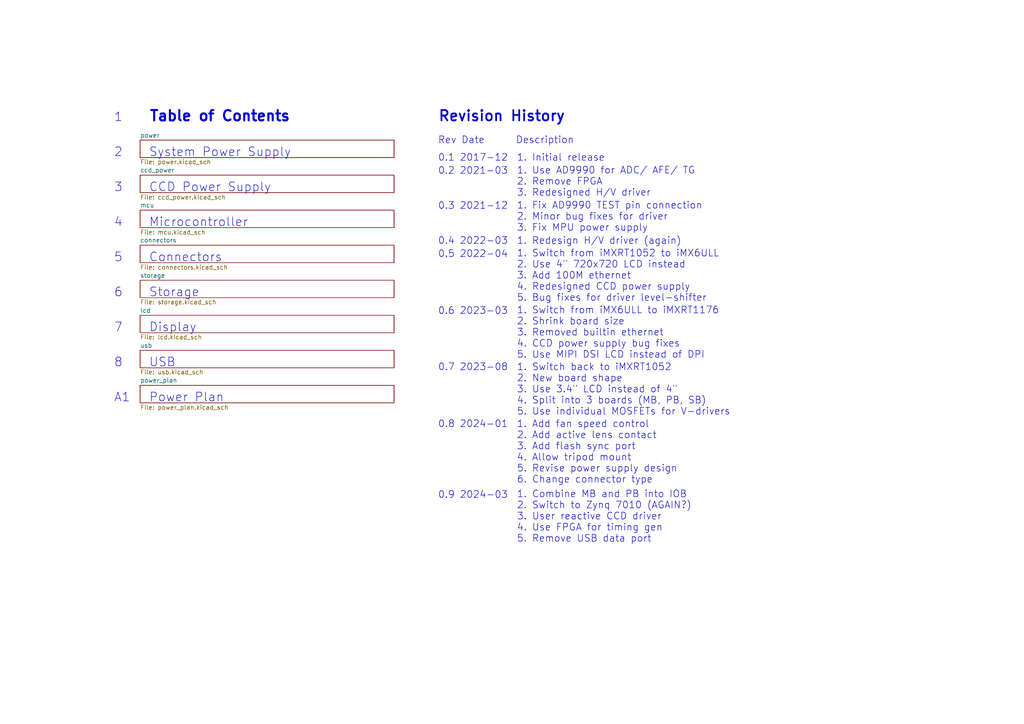
<source format=kicad_sch>
(kicad_sch
	(version 20231120)
	(generator "eeschema")
	(generator_version "8.0")
	(uuid "ba41827b-f176-424d-b6d5-0b0e1ddda097")
	(paper "A4")
	(title_block
		(title "Sitina 1 IO Board")
		(date "2024-03-08")
		(rev "R0.9")
		(company "Copyright 2024 Wenting Zhang, Anhang Li")
		(comment 2 "MERCHANTABILITY, SATISFACTORY QUALITY AND FITNESS FOR A PARTICULAR PURPOSE.")
		(comment 3 "This source is distributed WITHOUT ANY EXPRESS OR IMPLIED WARRANTY, INCLUDING OF")
		(comment 4 "This source describes Open Hardware and is licensed under the CERN-OHL-P v2.")
	)
	(lib_symbols)
	(text "5"
		(exclude_from_sim no)
		(at 33.02 76.2 0)
		(effects
			(font
				(size 2.54 2.54)
			)
			(justify left bottom)
		)
		(uuid "01310b87-63fd-4f89-87c6-a2e2a1b33cca")
	)
	(text "CCD Power Supply"
		(exclude_from_sim no)
		(at 43.18 55.88 0)
		(effects
			(font
				(size 2.54 2.54)
			)
			(justify left bottom)
		)
		(uuid "0804db26-524f-47c0-b3d2-ec91583aa3c3")
	)
	(text "Power Plan"
		(exclude_from_sim no)
		(at 43.18 116.84 0)
		(effects
			(font
				(size 2.54 2.54)
			)
			(justify left bottom)
		)
		(uuid "19fdd026-4a2d-4a04-8b1c-dee02d16b1d5")
	)
	(text "A1"
		(exclude_from_sim no)
		(at 33.02 116.84 0)
		(effects
			(font
				(size 2.54 2.54)
			)
			(justify left bottom)
		)
		(uuid "1ac9fdaf-8b29-4ea6-a283-3053981e2a28")
	)
	(text "0.8 2024-01"
		(exclude_from_sim no)
		(at 127 121.92 0)
		(effects
			(font
				(size 2 2)
			)
			(justify left top)
		)
		(uuid "1d14d575-2490-4217-8b41-aafa85e110fb")
	)
	(text "7"
		(exclude_from_sim no)
		(at 33.02 96.52 0)
		(effects
			(font
				(size 2.54 2.54)
			)
			(justify left bottom)
		)
		(uuid "1f13b7bb-c561-4590-b2d7-6456e47f3509")
	)
	(text "System Power Supply"
		(exclude_from_sim no)
		(at 43.18 45.72 0)
		(effects
			(font
				(size 2.54 2.54)
			)
			(justify left bottom)
		)
		(uuid "1f40dc14-a320-4374-bb27-46d3f5c897ef")
	)
	(text "1. Use AD9990 for ADC/ AFE/ TG\n2. Remove FPGA\n3. Redesigned H/V driver"
		(exclude_from_sim no)
		(at 149.86 57.15 0)
		(effects
			(font
				(size 2 2)
			)
			(justify left bottom)
		)
		(uuid "25a1e88a-5155-4fa2-9fa5-7bb51198ac4e")
	)
	(text "Table of Contents"
		(exclude_from_sim no)
		(at 43.18 35.56 0)
		(effects
			(font
				(size 2.9972 2.9972)
				(thickness 0.5994)
				(bold yes)
			)
			(justify left bottom)
		)
		(uuid "381457cc-8e00-49b0-bed6-8c7335498798")
	)
	(text "USB"
		(exclude_from_sim no)
		(at 43.18 106.68 0)
		(effects
			(font
				(size 2.54 2.54)
			)
			(justify left bottom)
		)
		(uuid "3fe83452-8f35-4e46-8007-249a8eed789b")
	)
	(text "1. Add fan speed control\n2. Add active lens contact\n3. Add flash sync port\n4. Allow tripod mount\n5. Revise power supply design\n6. Change connector type"
		(exclude_from_sim no)
		(at 149.86 121.92 0)
		(effects
			(font
				(size 2 2)
			)
			(justify left top)
		)
		(uuid "43da1f96-74a6-449f-86f0-8c0ecdb41bd1")
	)
	(text "1. Switch from iMX6ULL to iMXRT1176\n2. Shrink board size\n3. Removed builtin ethernet\n4. CCD power supply bug fixes\n5. Use MIPI DSI LCD instead of DPI"
		(exclude_from_sim no)
		(at 149.86 104.14 0)
		(effects
			(font
				(size 2 2)
			)
			(justify left bottom)
		)
		(uuid "49c72e7e-6eb6-44d3-b557-73616adf5625")
	)
	(text "0.4 2022-03"
		(exclude_from_sim no)
		(at 127 71.12 0)
		(effects
			(font
				(size 2 2)
			)
			(justify left bottom)
		)
		(uuid "505768e5-4faf-4c3a-ad60-084f21426a87")
	)
	(text "1. Switch back to iMXRT1052\n2. New board shape\n3. Use 3.4\" LCD instead of 4\"\n4. Split into 3 boards (MB, PB, SB)\n5. Use individual MOSFETs for V-drivers"
		(exclude_from_sim no)
		(at 149.86 105.41 0)
		(effects
			(font
				(size 2 2)
			)
			(justify left top)
		)
		(uuid "508f1f71-34ed-421f-b539-2f5e65eadedb")
	)
	(text "Microcontroller"
		(exclude_from_sim no)
		(at 43.18 66.04 0)
		(effects
			(font
				(size 2.54 2.54)
			)
			(justify left bottom)
		)
		(uuid "56924ae8-f64b-4768-a6b4-af0a7c1d3f33")
	)
	(text "1"
		(exclude_from_sim no)
		(at 33.02 35.56 0)
		(effects
			(font
				(size 2.54 2.54)
			)
			(justify left bottom)
		)
		(uuid "69967e43-1c12-4c14-9657-453ca7ddd2d1")
	)
	(text "1. Combine MB and PB into IOB\n2. Switch to Zynq 7010 (AGAIN?)\n3. User reactive CCD driver\n4. Use FPGA for timing gen\n5. Remove USB data port"
		(exclude_from_sim no)
		(at 149.86 157.48 0)
		(effects
			(font
				(size 2 2)
			)
			(justify left bottom)
		)
		(uuid "71d97363-b9e6-448c-88d1-a14eafd1978d")
	)
	(text "Rev Date      Description "
		(exclude_from_sim no)
		(at 127 41.91 0)
		(effects
			(font
				(size 2 2)
			)
			(justify left bottom)
		)
		(uuid "77fd0bea-14ec-49a3-b22b-a475cbb74a31")
	)
	(text "0.7 2023-08"
		(exclude_from_sim no)
		(at 127 105.41 0)
		(effects
			(font
				(size 2 2)
			)
			(justify left top)
		)
		(uuid "844c6b63-e9d6-48fe-879c-a0eaac14627e")
	)
	(text "6"
		(exclude_from_sim no)
		(at 33.02 86.36 0)
		(effects
			(font
				(size 2.54 2.54)
			)
			(justify left bottom)
		)
		(uuid "8510375c-0e11-4bd6-a302-0354edb6fdeb")
	)
	(text "0.2 2021-03"
		(exclude_from_sim no)
		(at 127 50.8 0)
		(effects
			(font
				(size 2 2)
			)
			(justify left bottom)
		)
		(uuid "98f671a2-e5a6-4f41-91bc-4c3984ff9d50")
	)
	(text "Display"
		(exclude_from_sim no)
		(at 43.18 96.52 0)
		(effects
			(font
				(size 2.54 2.54)
			)
			(justify left bottom)
		)
		(uuid "9a1c8ec0-d8e8-48f7-9b9a-73d36cfb311f")
	)
	(text "0.6 2023-03"
		(exclude_from_sim no)
		(at 127 91.44 0)
		(effects
			(font
				(size 2 2)
			)
			(justify left bottom)
		)
		(uuid "9ca56caf-cb53-4240-b60e-972458dbbc8f")
	)
	(text "3"
		(exclude_from_sim no)
		(at 33.02 55.88 0)
		(effects
			(font
				(size 2.54 2.54)
			)
			(justify left bottom)
		)
		(uuid "a2f32006-294e-4058-81f4-301d71167a06")
	)
	(text "Storage"
		(exclude_from_sim no)
		(at 43.18 86.36 0)
		(effects
			(font
				(size 2.54 2.54)
			)
			(justify left bottom)
		)
		(uuid "a3cd50d7-b18b-44e0-b0cf-aefcb89c6445")
	)
	(text "2"
		(exclude_from_sim no)
		(at 33.02 45.72 0)
		(effects
			(font
				(size 2.54 2.54)
			)
			(justify left bottom)
		)
		(uuid "ae9d795a-cb82-40f8-9c6a-32629c17c33b")
	)
	(text "1. Fix AD9990 TEST pin connection\n2. Minor bug fixes for driver\n3. Fix MPU power supply"
		(exclude_from_sim no)
		(at 149.86 67.31 0)
		(effects
			(font
				(size 2 2)
			)
			(justify left bottom)
		)
		(uuid "b0abae04-ff24-40c6-981d-694e7627d4fa")
	)
	(text "0.5 2022-04"
		(exclude_from_sim no)
		(at 127 74.93 0)
		(effects
			(font
				(size 2 2)
			)
			(justify left bottom)
		)
		(uuid "bdc0dd10-84f5-438d-8d2b-c100a965af49")
	)
	(text "8"
		(exclude_from_sim no)
		(at 33.02 106.68 0)
		(effects
			(font
				(size 2.54 2.54)
			)
			(justify left bottom)
		)
		(uuid "c527fb06-e48a-4daa-a001-77304521682e")
	)
	(text "1. Redesign H/V driver (again)"
		(exclude_from_sim no)
		(at 149.86 71.12 0)
		(effects
			(font
				(size 2 2)
			)
			(justify left bottom)
		)
		(uuid "d18af7c1-3bb0-4251-b51d-46399d12b5e5")
	)
	(text "Revision History"
		(exclude_from_sim no)
		(at 127 35.56 0)
		(effects
			(font
				(size 2.9972 2.9972)
				(thickness 0.508)
				(bold yes)
			)
			(justify left bottom)
		)
		(uuid "d7e9a161-19c2-47a2-90ea-16aaa3a46b62")
	)
	(text "4"
		(exclude_from_sim no)
		(at 33.02 66.04 0)
		(effects
			(font
				(size 2.54 2.54)
			)
			(justify left bottom)
		)
		(uuid "db502d30-44f7-4a74-b829-9b6137b20bee")
	)
	(text "0.9 2024-03"
		(exclude_from_sim no)
		(at 127 144.78 0)
		(effects
			(font
				(size 2 2)
			)
			(justify left bottom)
		)
		(uuid "ddaaa947-fb24-40c0-b5e5-d2e37bd7ab69")
	)
	(text "1. Switch from iMXRT1052 to iMX6ULL\n2. Use 4\" 720x720 LCD instead\n3. Add 100M ethernet\n4. Redesigned CCD power supply\n5. Bug fixes for driver level-shifter"
		(exclude_from_sim no)
		(at 149.86 87.63 0)
		(effects
			(font
				(size 2 2)
			)
			(justify left bottom)
		)
		(uuid "e82a3702-3cb8-4849-ad3d-cbd8d5aef326")
	)
	(text "0.1 2017-12"
		(exclude_from_sim no)
		(at 127 46.99 0)
		(effects
			(font
				(size 2 2)
			)
			(justify left bottom)
		)
		(uuid "f1e31366-0aac-4db6-a867-7ca56031f2e0")
	)
	(text "1. Initial release"
		(exclude_from_sim no)
		(at 149.86 46.99 0)
		(effects
			(font
				(size 2 2)
			)
			(justify left bottom)
		)
		(uuid "f3851be8-a7b2-4b01-ae8e-7a9c7a1e6f91")
	)
	(text "Connectors"
		(exclude_from_sim no)
		(at 43.18 76.2 0)
		(effects
			(font
				(size 2.54 2.54)
			)
			(justify left bottom)
		)
		(uuid "f68f85ce-7e21-4644-97b5-745cbdcc5c1c")
	)
	(text "0.3 2021-12"
		(exclude_from_sim no)
		(at 127 60.96 0)
		(effects
			(font
				(size 2 2)
			)
			(justify left bottom)
		)
		(uuid "fba5446f-0d2c-4c28-ae6d-1ca8b16dbe96")
	)
	(sheet
		(at 40.64 101.6)
		(size 73.66 5.08)
		(stroke
			(width 0)
			(type solid)
		)
		(fill
			(color 0 0 0 0.0000)
		)
		(uuid "00000000-0000-0000-0000-00005d1a413b")
		(property "Sheetname" "usb"
			(at 40.64 100.9645 0)
			(effects
				(font
					(size 1.27 1.27)
				)
				(justify left bottom)
			)
		)
		(property "Sheetfile" "usb.kicad_sch"
			(at 40.64 107.1885 0)
			(effects
				(font
					(size 1.27 1.27)
				)
				(justify left top)
			)
		)
		(instances
			(project "pcb"
				(path "/ba41827b-f176-424d-b6d5-0b0e1ddda097"
					(page "8")
				)
			)
		)
	)
	(sheet
		(at 40.64 40.64)
		(size 73.66 5.08)
		(stroke
			(width 0)
			(type solid)
		)
		(fill
			(color 0 0 0 0.0000)
		)
		(uuid "00000000-0000-0000-0000-00005d4c99f9")
		(property "Sheetname" "power"
			(at 40.64 40.0045 0)
			(effects
				(font
					(size 1.27 1.27)
				)
				(justify left bottom)
			)
		)
		(property "Sheetfile" "power.kicad_sch"
			(at 40.64 46.2285 0)
			(effects
				(font
					(size 1.27 1.27)
				)
				(justify left top)
			)
		)
		(instances
			(project "pcb"
				(path "/ba41827b-f176-424d-b6d5-0b0e1ddda097"
					(page "2")
				)
			)
		)
	)
	(sheet
		(at 40.64 81.28)
		(size 73.66 5.08)
		(stroke
			(width 0)
			(type solid)
		)
		(fill
			(color 0 0 0 0.0000)
		)
		(uuid "00000000-0000-0000-0000-00005db2122b")
		(property "Sheetname" "storage"
			(at 40.64 80.6445 0)
			(effects
				(font
					(size 1.27 1.27)
				)
				(justify left bottom)
			)
		)
		(property "Sheetfile" "storage.kicad_sch"
			(at 40.64 86.8685 0)
			(effects
				(font
					(size 1.27 1.27)
				)
				(justify left top)
			)
		)
		(instances
			(project "pcb"
				(path "/ba41827b-f176-424d-b6d5-0b0e1ddda097"
					(page "6")
				)
			)
		)
	)
	(sheet
		(at 40.64 91.44)
		(size 73.66 5.08)
		(stroke
			(width 0)
			(type solid)
		)
		(fill
			(color 0 0 0 0.0000)
		)
		(uuid "00000000-0000-0000-0000-00005db51f59")
		(property "Sheetname" "lcd"
			(at 40.64 90.8045 0)
			(effects
				(font
					(size 1.27 1.27)
				)
				(justify left bottom)
			)
		)
		(property "Sheetfile" "lcd.kicad_sch"
			(at 40.64 97.0285 0)
			(effects
				(font
					(size 1.27 1.27)
				)
				(justify left top)
			)
		)
		(instances
			(project "pcb"
				(path "/ba41827b-f176-424d-b6d5-0b0e1ddda097"
					(page "7")
				)
			)
		)
	)
	(sheet
		(at 40.64 71.12)
		(size 73.66 5.08)
		(fields_autoplaced yes)
		(stroke
			(width 0.1524)
			(type solid)
		)
		(fill
			(color 0 0 0 0.0000)
		)
		(uuid "276f6775-fa51-456c-9efd-4a3857d51911")
		(property "Sheetname" "connectors"
			(at 40.64 70.4084 0)
			(effects
				(font
					(size 1.27 1.27)
				)
				(justify left bottom)
			)
		)
		(property "Sheetfile" "connectors.kicad_sch"
			(at 40.64 76.7846 0)
			(effects
				(font
					(size 1.27 1.27)
				)
				(justify left top)
			)
		)
		(instances
			(project "pcb"
				(path "/ba41827b-f176-424d-b6d5-0b0e1ddda097"
					(page "5")
				)
			)
		)
	)
	(sheet
		(at 40.64 111.76)
		(size 73.66 5.08)
		(fields_autoplaced yes)
		(stroke
			(width 0.1524)
			(type solid)
		)
		(fill
			(color 0 0 0 0.0000)
		)
		(uuid "29701ff7-982b-4d2f-bdf1-0ba214ff9cfa")
		(property "Sheetname" "power_plan"
			(at 40.64 111.0484 0)
			(effects
				(font
					(size 1.27 1.27)
				)
				(justify left bottom)
			)
		)
		(property "Sheetfile" "power_plan.kicad_sch"
			(at 40.64 117.4246 0)
			(effects
				(font
					(size 1.27 1.27)
				)
				(justify left top)
			)
		)
		(instances
			(project "pcb"
				(path "/ba41827b-f176-424d-b6d5-0b0e1ddda097"
					(page "9")
				)
			)
		)
	)
	(sheet
		(at 40.64 50.8)
		(size 73.66 5.08)
		(fields_autoplaced yes)
		(stroke
			(width 0.1524)
			(type solid)
		)
		(fill
			(color 0 0 0 0.0000)
		)
		(uuid "6fdeef19-357a-4649-9a2f-ba61e11fd25a")
		(property "Sheetname" "ccd_power"
			(at 40.64 50.0884 0)
			(effects
				(font
					(size 1.27 1.27)
				)
				(justify left bottom)
			)
		)
		(property "Sheetfile" "ccd_power.kicad_sch"
			(at 40.64 56.4646 0)
			(effects
				(font
					(size 1.27 1.27)
				)
				(justify left top)
			)
		)
		(instances
			(project "pcb"
				(path "/ba41827b-f176-424d-b6d5-0b0e1ddda097"
					(page "3")
				)
			)
		)
	)
	(sheet
		(at 40.64 60.96)
		(size 73.66 5.08)
		(fields_autoplaced yes)
		(stroke
			(width 0.1524)
			(type solid)
		)
		(fill
			(color 0 0 0 0.0000)
		)
		(uuid "b61872a6-746d-4ff9-af68-9ad658cb2408")
		(property "Sheetname" "mcu"
			(at 40.64 60.2484 0)
			(effects
				(font
					(size 1.27 1.27)
				)
				(justify left bottom)
			)
		)
		(property "Sheetfile" "mcu.kicad_sch"
			(at 40.64 66.6246 0)
			(effects
				(font
					(size 1.27 1.27)
				)
				(justify left top)
			)
		)
		(instances
			(project "pcb"
				(path "/ba41827b-f176-424d-b6d5-0b0e1ddda097"
					(page "4")
				)
			)
		)
	)
	(sheet_instances
		(path "/"
			(page "1")
		)
	)
)
</source>
